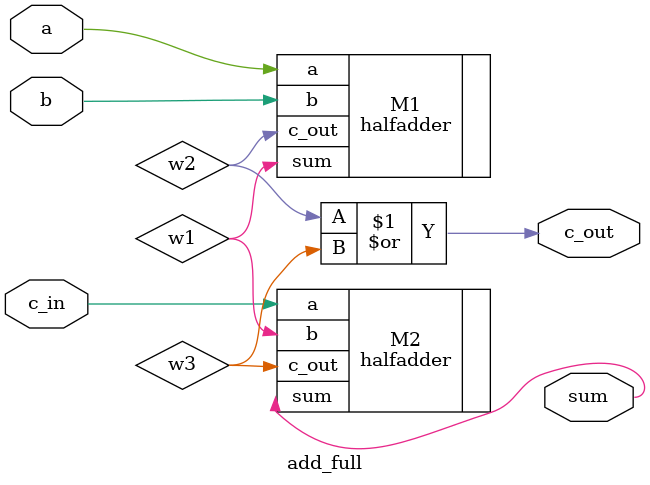
<source format=v>
`timescale 1ns / 1ps


module add_full(
    output sum,
    output c_out,
    input a,
    input b,
    input c_in
    );
    wire w1;
    wire w2;
    wire w3;
    halfadder M1(.sum(w1), .c_out(w2), .a(a), .b(b));
    halfadder M2(.sum(sum), .c_out(w3), .a(c_in), .b(w1));
    or G3(c_out, w2, w3);
    
    
endmodule

</source>
